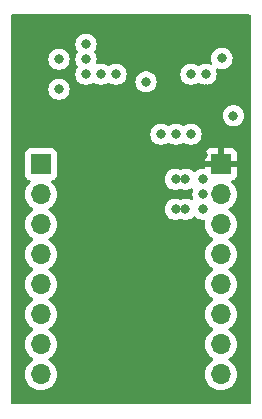
<source format=gbr>
%TF.GenerationSoftware,KiCad,Pcbnew,7.0.8*%
%TF.CreationDate,2023-10-11T21:25:33+02:00*%
%TF.ProjectId,test_sr,74657374-5f73-4722-9e6b-696361645f70,rev?*%
%TF.SameCoordinates,Original*%
%TF.FileFunction,Copper,L3,Inr*%
%TF.FilePolarity,Positive*%
%FSLAX46Y46*%
G04 Gerber Fmt 4.6, Leading zero omitted, Abs format (unit mm)*
G04 Created by KiCad (PCBNEW 7.0.8) date 2023-10-11 21:25:33*
%MOMM*%
%LPD*%
G01*
G04 APERTURE LIST*
%TA.AperFunction,ComponentPad*%
%ADD10R,1.700000X1.700000*%
%TD*%
%TA.AperFunction,ComponentPad*%
%ADD11O,1.700000X1.700000*%
%TD*%
%TA.AperFunction,ViaPad*%
%ADD12C,0.800000*%
%TD*%
G04 APERTURE END LIST*
D10*
%TO.N,/QA*%
%TO.C,J1*%
X45720000Y-55880000D03*
D11*
%TO.N,/QB*%
X45720000Y-58420000D03*
%TO.N,/QC*%
X45720000Y-60960000D03*
%TO.N,/QD*%
X45720000Y-63500000D03*
%TO.N,/QE*%
X45720000Y-66040000D03*
%TO.N,/QF*%
X45720000Y-68580000D03*
%TO.N,/QG*%
X45720000Y-71120000D03*
%TO.N,/QH*%
X45720000Y-73660000D03*
%TD*%
D10*
%TO.N,GND*%
%TO.C,J2*%
X60960000Y-55880000D03*
D11*
%TO.N,+3.3V*%
X60960000Y-58420000D03*
%TO.N,/SEROUT*%
X60960000Y-60960000D03*
%TO.N,/N_SR_CLR*%
X60960000Y-63500000D03*
%TO.N,/R_CLK*%
X60960000Y-66040000D03*
%TO.N,/SR_CLK*%
X60960000Y-68580000D03*
%TO.N,/N_OE*%
X60960000Y-71120000D03*
%TO.N,/SER*%
X60960000Y-73660000D03*
%TD*%
D12*
%TO.N,GND*%
X59436000Y-55118000D03*
X60452000Y-53594000D03*
X61468000Y-53594000D03*
%TO.N,+3.3V*%
X57112500Y-59690000D03*
X57949500Y-59690000D03*
X57949500Y-57150000D03*
X57112500Y-57150000D03*
X59436000Y-59690000D03*
X59436000Y-57150000D03*
X59436000Y-58420000D03*
X47244000Y-49530000D03*
X47244000Y-46990000D03*
%TO.N,/SEROUT*%
X61033149Y-46916850D03*
%TO.N,GND*%
X62230000Y-47625000D03*
X54990000Y-67310000D03*
X54990000Y-62230000D03*
X54990000Y-59690000D03*
X54990000Y-64770000D03*
X59690000Y-49530000D03*
X45720000Y-49530000D03*
X45720000Y-46990000D03*
X54990000Y-69850000D03*
X54990000Y-72390000D03*
%TO.N,+3.3V*%
X49530000Y-45720000D03*
%TO.N,/QA*%
X49530000Y-46990000D03*
%TO.N,/QB*%
X49530000Y-48260000D03*
%TO.N,/QC*%
X50800000Y-48260000D03*
%TO.N,/QD*%
X52070000Y-48260000D03*
%TO.N,/QE*%
X54610000Y-48895000D03*
%TO.N,/QF*%
X55880000Y-53340000D03*
%TO.N,/QG*%
X57150000Y-53340000D03*
%TO.N,/QH*%
X58420000Y-53340000D03*
%TO.N,/N_SR_CLR*%
X62020750Y-51771250D03*
%TO.N,/R_CLK*%
X59690000Y-48260000D03*
%TO.N,/N_OE*%
X58420000Y-48260000D03*
%TD*%
%TA.AperFunction,Conductor*%
%TO.N,GND*%
G36*
X63442539Y-43200185D02*
G01*
X63488294Y-43252989D01*
X63499500Y-43304500D01*
X63499500Y-76075500D01*
X63479815Y-76142539D01*
X63427011Y-76188294D01*
X63375500Y-76199500D01*
X43304500Y-76199500D01*
X43237461Y-76179815D01*
X43191706Y-76127011D01*
X43180500Y-76075500D01*
X43180500Y-73660000D01*
X44364341Y-73660000D01*
X44384936Y-73895403D01*
X44384938Y-73895413D01*
X44446094Y-74123655D01*
X44446096Y-74123659D01*
X44446097Y-74123663D01*
X44545965Y-74337830D01*
X44545967Y-74337834D01*
X44654281Y-74492521D01*
X44681505Y-74531401D01*
X44848599Y-74698495D01*
X44945384Y-74766265D01*
X45042165Y-74834032D01*
X45042167Y-74834033D01*
X45042170Y-74834035D01*
X45256337Y-74933903D01*
X45484592Y-74995063D01*
X45672918Y-75011539D01*
X45719999Y-75015659D01*
X45720000Y-75015659D01*
X45720001Y-75015659D01*
X45759234Y-75012226D01*
X45955408Y-74995063D01*
X46183663Y-74933903D01*
X46397830Y-74834035D01*
X46591401Y-74698495D01*
X46758495Y-74531401D01*
X46894035Y-74337830D01*
X46993903Y-74123663D01*
X47055063Y-73895408D01*
X47075659Y-73660000D01*
X47055063Y-73424592D01*
X46993903Y-73196337D01*
X46894035Y-72982171D01*
X46758495Y-72788599D01*
X46758494Y-72788597D01*
X46591402Y-72621506D01*
X46591396Y-72621501D01*
X46405842Y-72491575D01*
X46362217Y-72436998D01*
X46355023Y-72367500D01*
X46386546Y-72305145D01*
X46405842Y-72288425D01*
X46428026Y-72272891D01*
X46591401Y-72158495D01*
X46758495Y-71991401D01*
X46894035Y-71797830D01*
X46993903Y-71583663D01*
X47055063Y-71355408D01*
X47075659Y-71120000D01*
X47055063Y-70884592D01*
X46993903Y-70656337D01*
X46894035Y-70442171D01*
X46758495Y-70248599D01*
X46758494Y-70248597D01*
X46591402Y-70081506D01*
X46591396Y-70081501D01*
X46405842Y-69951575D01*
X46362217Y-69896998D01*
X46355023Y-69827500D01*
X46386546Y-69765145D01*
X46405842Y-69748425D01*
X46428026Y-69732891D01*
X46591401Y-69618495D01*
X46758495Y-69451401D01*
X46894035Y-69257830D01*
X46993903Y-69043663D01*
X47055063Y-68815408D01*
X47075659Y-68580000D01*
X47055063Y-68344592D01*
X46993903Y-68116337D01*
X46894035Y-67902171D01*
X46758495Y-67708599D01*
X46758494Y-67708597D01*
X46591402Y-67541506D01*
X46591396Y-67541501D01*
X46405842Y-67411575D01*
X46362217Y-67356998D01*
X46355023Y-67287500D01*
X46386546Y-67225145D01*
X46405842Y-67208425D01*
X46428026Y-67192891D01*
X46591401Y-67078495D01*
X46758495Y-66911401D01*
X46894035Y-66717830D01*
X46993903Y-66503663D01*
X47055063Y-66275408D01*
X47075659Y-66040000D01*
X47055063Y-65804592D01*
X46993903Y-65576337D01*
X46894035Y-65362171D01*
X46758495Y-65168599D01*
X46758494Y-65168597D01*
X46591402Y-65001506D01*
X46591396Y-65001501D01*
X46405842Y-64871575D01*
X46362217Y-64816998D01*
X46355023Y-64747500D01*
X46386546Y-64685145D01*
X46405842Y-64668425D01*
X46428026Y-64652891D01*
X46591401Y-64538495D01*
X46758495Y-64371401D01*
X46894035Y-64177830D01*
X46993903Y-63963663D01*
X47055063Y-63735408D01*
X47075659Y-63500000D01*
X47055063Y-63264592D01*
X46993903Y-63036337D01*
X46894035Y-62822171D01*
X46758495Y-62628599D01*
X46758494Y-62628597D01*
X46591402Y-62461506D01*
X46591396Y-62461501D01*
X46405842Y-62331575D01*
X46362217Y-62276998D01*
X46355023Y-62207500D01*
X46386546Y-62145145D01*
X46405842Y-62128425D01*
X46428026Y-62112891D01*
X46591401Y-61998495D01*
X46758495Y-61831401D01*
X46894035Y-61637830D01*
X46993903Y-61423663D01*
X47055063Y-61195408D01*
X47075659Y-60960000D01*
X47055063Y-60724592D01*
X46993903Y-60496337D01*
X46894035Y-60282171D01*
X46852055Y-60222216D01*
X46758494Y-60088597D01*
X46591402Y-59921506D01*
X46591396Y-59921501D01*
X46405842Y-59791575D01*
X46362217Y-59736998D01*
X46357352Y-59690000D01*
X56207040Y-59690000D01*
X56226826Y-59878256D01*
X56226827Y-59878259D01*
X56285318Y-60058277D01*
X56285321Y-60058284D01*
X56379967Y-60222216D01*
X56433951Y-60282171D01*
X56506629Y-60362888D01*
X56659765Y-60474148D01*
X56659770Y-60474151D01*
X56832692Y-60551142D01*
X56832697Y-60551144D01*
X57017854Y-60590500D01*
X57017855Y-60590500D01*
X57207144Y-60590500D01*
X57207146Y-60590500D01*
X57392303Y-60551144D01*
X57480564Y-60511846D01*
X57549813Y-60502561D01*
X57581434Y-60511846D01*
X57669697Y-60551144D01*
X57854854Y-60590500D01*
X57854855Y-60590500D01*
X58044144Y-60590500D01*
X58044146Y-60590500D01*
X58229303Y-60551144D01*
X58402230Y-60474151D01*
X58555371Y-60362888D01*
X58600600Y-60312655D01*
X58660087Y-60276007D01*
X58729944Y-60277338D01*
X58784900Y-60312656D01*
X58830129Y-60362888D01*
X58983265Y-60474148D01*
X58983270Y-60474151D01*
X59156192Y-60551142D01*
X59156197Y-60551144D01*
X59341354Y-60590500D01*
X59341355Y-60590500D01*
X59501347Y-60590500D01*
X59568386Y-60610185D01*
X59614141Y-60662989D01*
X59624874Y-60725305D01*
X59606799Y-60931901D01*
X59604341Y-60959999D01*
X59604341Y-60960000D01*
X59624936Y-61195403D01*
X59624938Y-61195413D01*
X59686094Y-61423655D01*
X59686096Y-61423659D01*
X59686097Y-61423663D01*
X59785965Y-61637830D01*
X59785967Y-61637834D01*
X59921501Y-61831395D01*
X59921506Y-61831402D01*
X60088597Y-61998493D01*
X60088603Y-61998498D01*
X60274158Y-62128425D01*
X60317783Y-62183002D01*
X60324977Y-62252500D01*
X60293454Y-62314855D01*
X60274158Y-62331575D01*
X60088597Y-62461505D01*
X59921505Y-62628597D01*
X59785965Y-62822169D01*
X59785964Y-62822171D01*
X59686098Y-63036335D01*
X59686094Y-63036344D01*
X59624938Y-63264586D01*
X59624936Y-63264596D01*
X59604341Y-63499999D01*
X59604341Y-63500000D01*
X59624936Y-63735403D01*
X59624938Y-63735413D01*
X59686094Y-63963655D01*
X59686096Y-63963659D01*
X59686097Y-63963663D01*
X59785965Y-64177830D01*
X59785967Y-64177834D01*
X59921501Y-64371395D01*
X59921506Y-64371402D01*
X60088597Y-64538493D01*
X60088603Y-64538498D01*
X60274158Y-64668425D01*
X60317783Y-64723002D01*
X60324977Y-64792500D01*
X60293454Y-64854855D01*
X60274158Y-64871575D01*
X60088597Y-65001505D01*
X59921505Y-65168597D01*
X59785965Y-65362169D01*
X59785964Y-65362171D01*
X59686098Y-65576335D01*
X59686094Y-65576344D01*
X59624938Y-65804586D01*
X59624936Y-65804596D01*
X59604341Y-66039999D01*
X59604341Y-66040000D01*
X59624936Y-66275403D01*
X59624938Y-66275413D01*
X59686094Y-66503655D01*
X59686096Y-66503659D01*
X59686097Y-66503663D01*
X59785965Y-66717830D01*
X59785967Y-66717834D01*
X59921501Y-66911395D01*
X59921506Y-66911402D01*
X60088597Y-67078493D01*
X60088603Y-67078498D01*
X60274158Y-67208425D01*
X60317783Y-67263002D01*
X60324977Y-67332500D01*
X60293454Y-67394855D01*
X60274158Y-67411575D01*
X60088597Y-67541505D01*
X59921505Y-67708597D01*
X59785965Y-67902169D01*
X59785964Y-67902171D01*
X59686098Y-68116335D01*
X59686094Y-68116344D01*
X59624938Y-68344586D01*
X59624936Y-68344596D01*
X59604341Y-68579999D01*
X59604341Y-68580000D01*
X59624936Y-68815403D01*
X59624938Y-68815413D01*
X59686094Y-69043655D01*
X59686096Y-69043659D01*
X59686097Y-69043663D01*
X59785965Y-69257830D01*
X59785967Y-69257834D01*
X59921501Y-69451395D01*
X59921506Y-69451402D01*
X60088597Y-69618493D01*
X60088603Y-69618498D01*
X60274158Y-69748425D01*
X60317783Y-69803002D01*
X60324977Y-69872500D01*
X60293454Y-69934855D01*
X60274158Y-69951575D01*
X60088597Y-70081505D01*
X59921505Y-70248597D01*
X59785965Y-70442169D01*
X59785964Y-70442171D01*
X59686098Y-70656335D01*
X59686094Y-70656344D01*
X59624938Y-70884586D01*
X59624936Y-70884596D01*
X59604341Y-71119999D01*
X59604341Y-71120000D01*
X59624936Y-71355403D01*
X59624938Y-71355413D01*
X59686094Y-71583655D01*
X59686096Y-71583659D01*
X59686097Y-71583663D01*
X59785965Y-71797830D01*
X59785967Y-71797834D01*
X59921501Y-71991395D01*
X59921506Y-71991402D01*
X60088597Y-72158493D01*
X60088603Y-72158498D01*
X60274158Y-72288425D01*
X60317783Y-72343002D01*
X60324977Y-72412500D01*
X60293454Y-72474855D01*
X60274158Y-72491575D01*
X60088597Y-72621505D01*
X59921505Y-72788597D01*
X59785965Y-72982169D01*
X59785964Y-72982171D01*
X59686098Y-73196335D01*
X59686094Y-73196344D01*
X59624938Y-73424586D01*
X59624936Y-73424596D01*
X59604341Y-73659999D01*
X59604341Y-73660000D01*
X59624936Y-73895403D01*
X59624938Y-73895413D01*
X59686094Y-74123655D01*
X59686096Y-74123659D01*
X59686097Y-74123663D01*
X59785965Y-74337830D01*
X59785967Y-74337834D01*
X59894281Y-74492521D01*
X59921505Y-74531401D01*
X60088599Y-74698495D01*
X60185384Y-74766265D01*
X60282165Y-74834032D01*
X60282167Y-74834033D01*
X60282170Y-74834035D01*
X60496337Y-74933903D01*
X60724592Y-74995063D01*
X60912918Y-75011539D01*
X60959999Y-75015659D01*
X60960000Y-75015659D01*
X60960001Y-75015659D01*
X60999234Y-75012226D01*
X61195408Y-74995063D01*
X61423663Y-74933903D01*
X61637830Y-74834035D01*
X61831401Y-74698495D01*
X61998495Y-74531401D01*
X62134035Y-74337830D01*
X62233903Y-74123663D01*
X62295063Y-73895408D01*
X62315659Y-73660000D01*
X62295063Y-73424592D01*
X62233903Y-73196337D01*
X62134035Y-72982171D01*
X61998495Y-72788599D01*
X61998494Y-72788597D01*
X61831402Y-72621506D01*
X61831396Y-72621501D01*
X61645842Y-72491575D01*
X61602217Y-72436998D01*
X61595023Y-72367500D01*
X61626546Y-72305145D01*
X61645842Y-72288425D01*
X61668026Y-72272891D01*
X61831401Y-72158495D01*
X61998495Y-71991401D01*
X62134035Y-71797830D01*
X62233903Y-71583663D01*
X62295063Y-71355408D01*
X62315659Y-71120000D01*
X62295063Y-70884592D01*
X62233903Y-70656337D01*
X62134035Y-70442171D01*
X61998495Y-70248599D01*
X61998494Y-70248597D01*
X61831402Y-70081506D01*
X61831396Y-70081501D01*
X61645842Y-69951575D01*
X61602217Y-69896998D01*
X61595023Y-69827500D01*
X61626546Y-69765145D01*
X61645842Y-69748425D01*
X61668026Y-69732891D01*
X61831401Y-69618495D01*
X61998495Y-69451401D01*
X62134035Y-69257830D01*
X62233903Y-69043663D01*
X62295063Y-68815408D01*
X62315659Y-68580000D01*
X62295063Y-68344592D01*
X62233903Y-68116337D01*
X62134035Y-67902171D01*
X61998495Y-67708599D01*
X61998494Y-67708597D01*
X61831402Y-67541506D01*
X61831396Y-67541501D01*
X61645842Y-67411575D01*
X61602217Y-67356998D01*
X61595023Y-67287500D01*
X61626546Y-67225145D01*
X61645842Y-67208425D01*
X61668026Y-67192891D01*
X61831401Y-67078495D01*
X61998495Y-66911401D01*
X62134035Y-66717830D01*
X62233903Y-66503663D01*
X62295063Y-66275408D01*
X62315659Y-66040000D01*
X62295063Y-65804592D01*
X62233903Y-65576337D01*
X62134035Y-65362171D01*
X61998495Y-65168599D01*
X61998494Y-65168597D01*
X61831402Y-65001506D01*
X61831396Y-65001501D01*
X61645842Y-64871575D01*
X61602217Y-64816998D01*
X61595023Y-64747500D01*
X61626546Y-64685145D01*
X61645842Y-64668425D01*
X61668026Y-64652891D01*
X61831401Y-64538495D01*
X61998495Y-64371401D01*
X62134035Y-64177830D01*
X62233903Y-63963663D01*
X62295063Y-63735408D01*
X62315659Y-63500000D01*
X62295063Y-63264592D01*
X62233903Y-63036337D01*
X62134035Y-62822171D01*
X61998495Y-62628599D01*
X61998494Y-62628597D01*
X61831402Y-62461506D01*
X61831396Y-62461501D01*
X61645842Y-62331575D01*
X61602217Y-62276998D01*
X61595023Y-62207500D01*
X61626546Y-62145145D01*
X61645842Y-62128425D01*
X61668026Y-62112891D01*
X61831401Y-61998495D01*
X61998495Y-61831401D01*
X62134035Y-61637830D01*
X62233903Y-61423663D01*
X62295063Y-61195408D01*
X62315659Y-60960000D01*
X62295063Y-60724592D01*
X62233903Y-60496337D01*
X62134035Y-60282171D01*
X62092055Y-60222216D01*
X61998494Y-60088597D01*
X61831402Y-59921506D01*
X61831396Y-59921501D01*
X61645842Y-59791575D01*
X61602217Y-59736998D01*
X61595023Y-59667500D01*
X61626546Y-59605145D01*
X61645842Y-59588425D01*
X61769635Y-59501744D01*
X61831401Y-59458495D01*
X61998495Y-59291401D01*
X62134035Y-59097830D01*
X62233903Y-58883663D01*
X62295063Y-58655408D01*
X62315659Y-58420000D01*
X62295063Y-58184592D01*
X62233903Y-57956337D01*
X62134035Y-57742171D01*
X62092054Y-57682216D01*
X61998496Y-57548600D01*
X61968173Y-57518277D01*
X61876179Y-57426283D01*
X61842696Y-57364963D01*
X61847680Y-57295271D01*
X61889551Y-57239337D01*
X61920529Y-57222422D01*
X62052086Y-57173354D01*
X62052093Y-57173350D01*
X62167187Y-57087190D01*
X62167190Y-57087187D01*
X62253350Y-56972093D01*
X62253354Y-56972086D01*
X62303596Y-56837379D01*
X62303598Y-56837372D01*
X62309999Y-56777844D01*
X62310000Y-56777827D01*
X62310000Y-56130000D01*
X61393686Y-56130000D01*
X61419493Y-56089844D01*
X61460000Y-55951889D01*
X61460000Y-55808111D01*
X61419493Y-55670156D01*
X61393686Y-55630000D01*
X62310000Y-55630000D01*
X62310000Y-54982172D01*
X62309999Y-54982155D01*
X62303598Y-54922627D01*
X62303596Y-54922620D01*
X62253354Y-54787913D01*
X62253350Y-54787906D01*
X62167190Y-54672812D01*
X62167187Y-54672809D01*
X62052093Y-54586649D01*
X62052086Y-54586645D01*
X61917379Y-54536403D01*
X61917372Y-54536401D01*
X61857844Y-54530000D01*
X61210000Y-54530000D01*
X61210000Y-55444498D01*
X61102315Y-55395320D01*
X60995763Y-55380000D01*
X60924237Y-55380000D01*
X60817685Y-55395320D01*
X60710000Y-55444498D01*
X60710000Y-54530000D01*
X60062155Y-54530000D01*
X60002627Y-54536401D01*
X60002620Y-54536403D01*
X59867913Y-54586645D01*
X59867906Y-54586649D01*
X59752812Y-54672809D01*
X59752809Y-54672812D01*
X59666649Y-54787906D01*
X59666645Y-54787913D01*
X59616403Y-54922620D01*
X59616401Y-54922627D01*
X59610000Y-54982155D01*
X59610000Y-55630000D01*
X60526314Y-55630000D01*
X60500507Y-55670156D01*
X60460000Y-55808111D01*
X60460000Y-55951889D01*
X60500507Y-56089844D01*
X60526314Y-56130000D01*
X59610000Y-56130000D01*
X59608129Y-56131870D01*
X59590315Y-56192539D01*
X59537511Y-56238294D01*
X59486000Y-56249500D01*
X59341354Y-56249500D01*
X59308897Y-56256398D01*
X59156197Y-56288855D01*
X59156192Y-56288857D01*
X58983270Y-56365848D01*
X58983265Y-56365851D01*
X58830129Y-56477111D01*
X58830128Y-56477112D01*
X58784899Y-56527344D01*
X58725412Y-56563992D01*
X58655555Y-56562661D01*
X58600601Y-56527344D01*
X58555371Y-56477112D01*
X58555370Y-56477111D01*
X58402234Y-56365851D01*
X58402229Y-56365848D01*
X58229307Y-56288857D01*
X58229302Y-56288855D01*
X58083501Y-56257865D01*
X58044146Y-56249500D01*
X57854854Y-56249500D01*
X57822397Y-56256398D01*
X57669697Y-56288855D01*
X57669695Y-56288856D01*
X57581435Y-56328152D01*
X57512185Y-56337436D01*
X57480565Y-56328152D01*
X57392304Y-56288856D01*
X57392302Y-56288855D01*
X57246501Y-56257865D01*
X57207146Y-56249500D01*
X57017854Y-56249500D01*
X56985397Y-56256398D01*
X56832697Y-56288855D01*
X56832692Y-56288857D01*
X56659770Y-56365848D01*
X56659765Y-56365851D01*
X56506629Y-56477111D01*
X56379966Y-56617785D01*
X56285321Y-56781715D01*
X56285318Y-56781722D01*
X56226827Y-56961740D01*
X56226826Y-56961744D01*
X56207040Y-57150000D01*
X56226826Y-57338256D01*
X56226827Y-57338259D01*
X56285318Y-57518277D01*
X56285321Y-57518284D01*
X56379967Y-57682216D01*
X56506629Y-57822888D01*
X56659765Y-57934148D01*
X56659770Y-57934151D01*
X56832692Y-58011142D01*
X56832697Y-58011144D01*
X57017854Y-58050500D01*
X57017855Y-58050500D01*
X57207144Y-58050500D01*
X57207146Y-58050500D01*
X57392303Y-58011144D01*
X57480564Y-57971846D01*
X57549813Y-57962561D01*
X57581434Y-57971846D01*
X57669697Y-58011144D01*
X57854854Y-58050500D01*
X57854855Y-58050500D01*
X58044144Y-58050500D01*
X58044146Y-58050500D01*
X58229303Y-58011144D01*
X58402230Y-57934151D01*
X58413916Y-57925660D01*
X58479721Y-57902180D01*
X58547775Y-57918004D01*
X58596471Y-57968109D01*
X58610347Y-58036587D01*
X58604733Y-58064296D01*
X58565645Y-58184596D01*
X58550326Y-58231744D01*
X58530540Y-58420000D01*
X58550326Y-58608256D01*
X58550327Y-58608259D01*
X58604733Y-58775703D01*
X58606728Y-58845544D01*
X58570648Y-58905377D01*
X58507947Y-58936205D01*
X58438533Y-58928240D01*
X58413919Y-58914341D01*
X58402232Y-58905850D01*
X58402229Y-58905848D01*
X58229307Y-58828857D01*
X58229302Y-58828855D01*
X58083501Y-58797865D01*
X58044146Y-58789500D01*
X57854854Y-58789500D01*
X57822397Y-58796398D01*
X57669697Y-58828855D01*
X57669695Y-58828856D01*
X57581435Y-58868152D01*
X57512185Y-58877436D01*
X57480565Y-58868152D01*
X57392304Y-58828856D01*
X57392302Y-58828855D01*
X57246501Y-58797865D01*
X57207146Y-58789500D01*
X57017854Y-58789500D01*
X56985397Y-58796398D01*
X56832697Y-58828855D01*
X56832692Y-58828857D01*
X56659770Y-58905848D01*
X56659765Y-58905851D01*
X56506629Y-59017111D01*
X56379966Y-59157785D01*
X56285321Y-59321715D01*
X56285318Y-59321722D01*
X56226827Y-59501740D01*
X56226826Y-59501744D01*
X56207040Y-59690000D01*
X46357352Y-59690000D01*
X46355023Y-59667500D01*
X46386546Y-59605145D01*
X46405842Y-59588425D01*
X46529635Y-59501744D01*
X46591401Y-59458495D01*
X46758495Y-59291401D01*
X46894035Y-59097830D01*
X46993903Y-58883663D01*
X47055063Y-58655408D01*
X47075659Y-58420000D01*
X47055063Y-58184592D01*
X46993903Y-57956337D01*
X46894035Y-57742171D01*
X46852054Y-57682216D01*
X46758496Y-57548600D01*
X46728173Y-57518277D01*
X46636567Y-57426671D01*
X46603084Y-57365351D01*
X46608068Y-57295659D01*
X46649939Y-57239725D01*
X46680915Y-57222810D01*
X46812331Y-57173796D01*
X46927546Y-57087546D01*
X47013796Y-56972331D01*
X47064091Y-56837483D01*
X47070500Y-56777873D01*
X47070499Y-54982128D01*
X47064091Y-54922517D01*
X47013884Y-54787906D01*
X47013797Y-54787671D01*
X47013793Y-54787664D01*
X46927547Y-54672455D01*
X46927544Y-54672452D01*
X46812335Y-54586206D01*
X46812328Y-54586202D01*
X46677482Y-54535908D01*
X46677483Y-54535908D01*
X46617883Y-54529501D01*
X46617881Y-54529500D01*
X46617873Y-54529500D01*
X46617864Y-54529500D01*
X44822129Y-54529500D01*
X44822123Y-54529501D01*
X44762516Y-54535908D01*
X44627671Y-54586202D01*
X44627664Y-54586206D01*
X44512455Y-54672452D01*
X44512452Y-54672455D01*
X44426206Y-54787664D01*
X44426202Y-54787671D01*
X44375908Y-54922517D01*
X44369501Y-54982116D01*
X44369501Y-54982123D01*
X44369500Y-54982135D01*
X44369500Y-56777870D01*
X44369501Y-56777876D01*
X44375908Y-56837483D01*
X44426202Y-56972328D01*
X44426206Y-56972335D01*
X44512452Y-57087544D01*
X44512455Y-57087547D01*
X44627664Y-57173793D01*
X44627671Y-57173797D01*
X44759081Y-57222810D01*
X44815015Y-57264681D01*
X44839432Y-57330145D01*
X44824580Y-57398418D01*
X44803430Y-57426673D01*
X44681503Y-57548600D01*
X44545965Y-57742169D01*
X44545964Y-57742171D01*
X44446098Y-57956335D01*
X44446094Y-57956344D01*
X44384938Y-58184586D01*
X44384936Y-58184596D01*
X44364341Y-58419999D01*
X44364341Y-58420000D01*
X44384936Y-58655403D01*
X44384938Y-58655413D01*
X44446094Y-58883655D01*
X44446096Y-58883659D01*
X44446097Y-58883663D01*
X44525993Y-59055000D01*
X44545965Y-59097830D01*
X44545967Y-59097834D01*
X44681501Y-59291395D01*
X44681506Y-59291402D01*
X44848597Y-59458493D01*
X44848603Y-59458498D01*
X45034158Y-59588425D01*
X45077783Y-59643002D01*
X45084977Y-59712500D01*
X45053454Y-59774855D01*
X45034158Y-59791575D01*
X44848597Y-59921505D01*
X44681505Y-60088597D01*
X44545965Y-60282169D01*
X44545964Y-60282171D01*
X44446098Y-60496335D01*
X44446094Y-60496344D01*
X44384938Y-60724586D01*
X44384936Y-60724596D01*
X44364341Y-60959999D01*
X44364341Y-60960000D01*
X44384936Y-61195403D01*
X44384938Y-61195413D01*
X44446094Y-61423655D01*
X44446096Y-61423659D01*
X44446097Y-61423663D01*
X44545965Y-61637830D01*
X44545967Y-61637834D01*
X44681501Y-61831395D01*
X44681506Y-61831402D01*
X44848597Y-61998493D01*
X44848603Y-61998498D01*
X45034158Y-62128425D01*
X45077783Y-62183002D01*
X45084977Y-62252500D01*
X45053454Y-62314855D01*
X45034158Y-62331575D01*
X44848597Y-62461505D01*
X44681505Y-62628597D01*
X44545965Y-62822169D01*
X44545964Y-62822171D01*
X44446098Y-63036335D01*
X44446094Y-63036344D01*
X44384938Y-63264586D01*
X44384936Y-63264596D01*
X44364341Y-63499999D01*
X44364341Y-63500000D01*
X44384936Y-63735403D01*
X44384938Y-63735413D01*
X44446094Y-63963655D01*
X44446096Y-63963659D01*
X44446097Y-63963663D01*
X44545965Y-64177830D01*
X44545967Y-64177834D01*
X44681501Y-64371395D01*
X44681506Y-64371402D01*
X44848597Y-64538493D01*
X44848603Y-64538498D01*
X45034158Y-64668425D01*
X45077783Y-64723002D01*
X45084977Y-64792500D01*
X45053454Y-64854855D01*
X45034158Y-64871575D01*
X44848597Y-65001505D01*
X44681505Y-65168597D01*
X44545965Y-65362169D01*
X44545964Y-65362171D01*
X44446098Y-65576335D01*
X44446094Y-65576344D01*
X44384938Y-65804586D01*
X44384936Y-65804596D01*
X44364341Y-66039999D01*
X44364341Y-66040000D01*
X44384936Y-66275403D01*
X44384938Y-66275413D01*
X44446094Y-66503655D01*
X44446096Y-66503659D01*
X44446097Y-66503663D01*
X44545965Y-66717830D01*
X44545967Y-66717834D01*
X44681501Y-66911395D01*
X44681506Y-66911402D01*
X44848597Y-67078493D01*
X44848603Y-67078498D01*
X45034158Y-67208425D01*
X45077783Y-67263002D01*
X45084977Y-67332500D01*
X45053454Y-67394855D01*
X45034158Y-67411575D01*
X44848597Y-67541505D01*
X44681505Y-67708597D01*
X44545965Y-67902169D01*
X44545964Y-67902171D01*
X44446098Y-68116335D01*
X44446094Y-68116344D01*
X44384938Y-68344586D01*
X44384936Y-68344596D01*
X44364341Y-68579999D01*
X44364341Y-68580000D01*
X44384936Y-68815403D01*
X44384938Y-68815413D01*
X44446094Y-69043655D01*
X44446096Y-69043659D01*
X44446097Y-69043663D01*
X44545965Y-69257830D01*
X44545967Y-69257834D01*
X44681501Y-69451395D01*
X44681506Y-69451402D01*
X44848597Y-69618493D01*
X44848603Y-69618498D01*
X45034158Y-69748425D01*
X45077783Y-69803002D01*
X45084977Y-69872500D01*
X45053454Y-69934855D01*
X45034158Y-69951575D01*
X44848597Y-70081505D01*
X44681505Y-70248597D01*
X44545965Y-70442169D01*
X44545964Y-70442171D01*
X44446098Y-70656335D01*
X44446094Y-70656344D01*
X44384938Y-70884586D01*
X44384936Y-70884596D01*
X44364341Y-71119999D01*
X44364341Y-71120000D01*
X44384936Y-71355403D01*
X44384938Y-71355413D01*
X44446094Y-71583655D01*
X44446096Y-71583659D01*
X44446097Y-71583663D01*
X44545965Y-71797830D01*
X44545967Y-71797834D01*
X44681501Y-71991395D01*
X44681506Y-71991402D01*
X44848597Y-72158493D01*
X44848603Y-72158498D01*
X45034158Y-72288425D01*
X45077783Y-72343002D01*
X45084977Y-72412500D01*
X45053454Y-72474855D01*
X45034158Y-72491575D01*
X44848597Y-72621505D01*
X44681505Y-72788597D01*
X44545965Y-72982169D01*
X44545964Y-72982171D01*
X44446098Y-73196335D01*
X44446094Y-73196344D01*
X44384938Y-73424586D01*
X44384936Y-73424596D01*
X44364341Y-73659999D01*
X44364341Y-73660000D01*
X43180500Y-73660000D01*
X43180500Y-53340000D01*
X54974540Y-53340000D01*
X54994326Y-53528256D01*
X54994327Y-53528259D01*
X55052818Y-53708277D01*
X55052821Y-53708284D01*
X55147467Y-53872216D01*
X55245000Y-53980537D01*
X55274129Y-54012888D01*
X55427265Y-54124148D01*
X55427270Y-54124151D01*
X55600192Y-54201142D01*
X55600197Y-54201144D01*
X55785354Y-54240500D01*
X55785355Y-54240500D01*
X55974644Y-54240500D01*
X55974646Y-54240500D01*
X56159803Y-54201144D01*
X56332730Y-54124151D01*
X56442117Y-54044676D01*
X56507920Y-54021198D01*
X56575974Y-54037023D01*
X56587871Y-54044668D01*
X56697266Y-54124148D01*
X56697270Y-54124151D01*
X56870192Y-54201142D01*
X56870197Y-54201144D01*
X57055354Y-54240500D01*
X57055355Y-54240500D01*
X57244644Y-54240500D01*
X57244646Y-54240500D01*
X57429803Y-54201144D01*
X57602730Y-54124151D01*
X57712117Y-54044676D01*
X57777920Y-54021198D01*
X57845974Y-54037023D01*
X57857871Y-54044668D01*
X57967266Y-54124148D01*
X57967270Y-54124151D01*
X58140192Y-54201142D01*
X58140197Y-54201144D01*
X58325354Y-54240500D01*
X58325355Y-54240500D01*
X58514644Y-54240500D01*
X58514646Y-54240500D01*
X58699803Y-54201144D01*
X58872730Y-54124151D01*
X59025871Y-54012888D01*
X59152533Y-53872216D01*
X59247179Y-53708284D01*
X59305674Y-53528256D01*
X59325460Y-53340000D01*
X59305674Y-53151744D01*
X59247179Y-52971716D01*
X59152533Y-52807784D01*
X59025871Y-52667112D01*
X59014432Y-52658801D01*
X58872734Y-52555851D01*
X58872729Y-52555848D01*
X58699807Y-52478857D01*
X58699802Y-52478855D01*
X58536466Y-52444138D01*
X58514646Y-52439500D01*
X58325354Y-52439500D01*
X58303534Y-52444138D01*
X58140197Y-52478855D01*
X58140192Y-52478857D01*
X57967270Y-52555848D01*
X57967265Y-52555851D01*
X57857885Y-52635321D01*
X57792079Y-52658801D01*
X57724025Y-52642975D01*
X57712115Y-52635321D01*
X57602734Y-52555851D01*
X57602729Y-52555848D01*
X57429807Y-52478857D01*
X57429802Y-52478855D01*
X57266466Y-52444138D01*
X57244646Y-52439500D01*
X57055354Y-52439500D01*
X57033534Y-52444138D01*
X56870197Y-52478855D01*
X56870192Y-52478857D01*
X56697270Y-52555848D01*
X56697265Y-52555851D01*
X56587885Y-52635321D01*
X56522079Y-52658801D01*
X56454025Y-52642975D01*
X56442115Y-52635321D01*
X56332734Y-52555851D01*
X56332729Y-52555848D01*
X56159807Y-52478857D01*
X56159802Y-52478855D01*
X55996466Y-52444138D01*
X55974646Y-52439500D01*
X55785354Y-52439500D01*
X55763534Y-52444138D01*
X55600197Y-52478855D01*
X55600192Y-52478857D01*
X55427270Y-52555848D01*
X55427265Y-52555851D01*
X55274129Y-52667111D01*
X55147466Y-52807785D01*
X55052821Y-52971715D01*
X55052818Y-52971722D01*
X54994327Y-53151740D01*
X54994326Y-53151744D01*
X54974540Y-53340000D01*
X43180500Y-53340000D01*
X43180500Y-51771250D01*
X61115290Y-51771250D01*
X61135076Y-51959506D01*
X61135077Y-51959509D01*
X61193568Y-52139527D01*
X61193571Y-52139534D01*
X61288217Y-52303466D01*
X61410703Y-52439500D01*
X61414879Y-52444138D01*
X61568015Y-52555398D01*
X61568020Y-52555401D01*
X61740942Y-52632392D01*
X61740947Y-52632394D01*
X61926104Y-52671750D01*
X61926105Y-52671750D01*
X62115394Y-52671750D01*
X62115396Y-52671750D01*
X62300553Y-52632394D01*
X62473480Y-52555401D01*
X62626621Y-52444138D01*
X62753283Y-52303466D01*
X62847929Y-52139534D01*
X62906424Y-51959506D01*
X62926210Y-51771250D01*
X62906424Y-51582994D01*
X62847929Y-51402966D01*
X62753283Y-51239034D01*
X62626621Y-51098362D01*
X62626620Y-51098361D01*
X62473484Y-50987101D01*
X62473479Y-50987098D01*
X62300557Y-50910107D01*
X62300552Y-50910105D01*
X62154751Y-50879115D01*
X62115396Y-50870750D01*
X61926104Y-50870750D01*
X61893647Y-50877648D01*
X61740947Y-50910105D01*
X61740942Y-50910107D01*
X61568020Y-50987098D01*
X61568015Y-50987101D01*
X61414879Y-51098361D01*
X61288216Y-51239035D01*
X61193571Y-51402965D01*
X61193568Y-51402972D01*
X61135077Y-51582990D01*
X61135076Y-51582994D01*
X61115290Y-51771250D01*
X43180500Y-51771250D01*
X43180500Y-49530000D01*
X46338540Y-49530000D01*
X46358326Y-49718256D01*
X46358327Y-49718259D01*
X46416818Y-49898277D01*
X46416821Y-49898284D01*
X46511467Y-50062216D01*
X46638129Y-50202888D01*
X46791265Y-50314148D01*
X46791270Y-50314151D01*
X46964192Y-50391142D01*
X46964197Y-50391144D01*
X47149354Y-50430500D01*
X47149355Y-50430500D01*
X47338644Y-50430500D01*
X47338646Y-50430500D01*
X47523803Y-50391144D01*
X47696730Y-50314151D01*
X47849871Y-50202888D01*
X47976533Y-50062216D01*
X48071179Y-49898284D01*
X48129674Y-49718256D01*
X48149460Y-49530000D01*
X48129674Y-49341744D01*
X48071179Y-49161716D01*
X47976533Y-48997784D01*
X47849871Y-48857112D01*
X47849870Y-48857111D01*
X47696734Y-48745851D01*
X47696729Y-48745848D01*
X47523807Y-48668857D01*
X47523802Y-48668855D01*
X47378001Y-48637865D01*
X47338646Y-48629500D01*
X47149354Y-48629500D01*
X47116897Y-48636398D01*
X46964197Y-48668855D01*
X46964192Y-48668857D01*
X46791270Y-48745848D01*
X46791265Y-48745851D01*
X46638129Y-48857111D01*
X46511466Y-48997785D01*
X46416821Y-49161715D01*
X46416818Y-49161722D01*
X46383819Y-49263284D01*
X46358326Y-49341744D01*
X46338540Y-49530000D01*
X43180500Y-49530000D01*
X43180500Y-48260000D01*
X48624540Y-48260000D01*
X48644326Y-48448256D01*
X48644327Y-48448259D01*
X48702818Y-48628277D01*
X48702821Y-48628284D01*
X48797467Y-48792216D01*
X48895000Y-48900537D01*
X48924129Y-48932888D01*
X49077265Y-49044148D01*
X49077270Y-49044151D01*
X49250192Y-49121142D01*
X49250197Y-49121144D01*
X49435354Y-49160500D01*
X49435355Y-49160500D01*
X49624644Y-49160500D01*
X49624646Y-49160500D01*
X49809803Y-49121144D01*
X49982730Y-49044151D01*
X50092117Y-48964676D01*
X50157920Y-48941198D01*
X50225974Y-48957023D01*
X50237871Y-48964668D01*
X50347266Y-49044148D01*
X50347270Y-49044151D01*
X50520192Y-49121142D01*
X50520197Y-49121144D01*
X50705354Y-49160500D01*
X50705355Y-49160500D01*
X50894644Y-49160500D01*
X50894646Y-49160500D01*
X51079803Y-49121144D01*
X51252730Y-49044151D01*
X51362117Y-48964676D01*
X51427920Y-48941198D01*
X51495974Y-48957023D01*
X51507871Y-48964668D01*
X51617266Y-49044148D01*
X51617270Y-49044151D01*
X51790192Y-49121142D01*
X51790197Y-49121144D01*
X51975354Y-49160500D01*
X51975355Y-49160500D01*
X52164644Y-49160500D01*
X52164646Y-49160500D01*
X52349803Y-49121144D01*
X52522730Y-49044151D01*
X52675871Y-48932888D01*
X52709986Y-48895000D01*
X53704540Y-48895000D01*
X53724326Y-49083256D01*
X53724327Y-49083259D01*
X53782818Y-49263277D01*
X53782821Y-49263284D01*
X53877467Y-49427216D01*
X54004129Y-49567888D01*
X54157265Y-49679148D01*
X54157270Y-49679151D01*
X54330192Y-49756142D01*
X54330197Y-49756144D01*
X54515354Y-49795500D01*
X54515355Y-49795500D01*
X54704644Y-49795500D01*
X54704646Y-49795500D01*
X54889803Y-49756144D01*
X55062730Y-49679151D01*
X55215871Y-49567888D01*
X55342533Y-49427216D01*
X55437179Y-49263284D01*
X55495674Y-49083256D01*
X55515460Y-48895000D01*
X55495674Y-48706744D01*
X55437179Y-48526716D01*
X55342533Y-48362784D01*
X55249986Y-48260000D01*
X57514540Y-48260000D01*
X57534326Y-48448256D01*
X57534327Y-48448259D01*
X57592818Y-48628277D01*
X57592821Y-48628284D01*
X57687467Y-48792216D01*
X57785000Y-48900537D01*
X57814129Y-48932888D01*
X57967265Y-49044148D01*
X57967270Y-49044151D01*
X58140192Y-49121142D01*
X58140197Y-49121144D01*
X58325354Y-49160500D01*
X58325355Y-49160500D01*
X58514644Y-49160500D01*
X58514646Y-49160500D01*
X58699803Y-49121144D01*
X58872730Y-49044151D01*
X58982117Y-48964676D01*
X59047920Y-48941198D01*
X59115974Y-48957023D01*
X59127871Y-48964668D01*
X59237266Y-49044148D01*
X59237270Y-49044151D01*
X59410192Y-49121142D01*
X59410197Y-49121144D01*
X59595354Y-49160500D01*
X59595355Y-49160500D01*
X59784644Y-49160500D01*
X59784646Y-49160500D01*
X59969803Y-49121144D01*
X60142730Y-49044151D01*
X60295871Y-48932888D01*
X60422533Y-48792216D01*
X60517179Y-48628284D01*
X60575674Y-48448256D01*
X60595460Y-48260000D01*
X60575674Y-48071744D01*
X60520100Y-47900705D01*
X60518105Y-47830864D01*
X60554185Y-47771031D01*
X60616886Y-47740203D01*
X60686300Y-47748168D01*
X60688467Y-47749108D01*
X60753341Y-47777992D01*
X60753346Y-47777994D01*
X60938503Y-47817350D01*
X60938504Y-47817350D01*
X61127793Y-47817350D01*
X61127795Y-47817350D01*
X61312952Y-47777994D01*
X61485879Y-47701001D01*
X61639020Y-47589738D01*
X61765682Y-47449066D01*
X61860328Y-47285134D01*
X61918823Y-47105106D01*
X61938609Y-46916850D01*
X61918823Y-46728594D01*
X61860328Y-46548566D01*
X61765682Y-46384634D01*
X61639020Y-46243962D01*
X61639019Y-46243961D01*
X61485883Y-46132701D01*
X61485878Y-46132698D01*
X61312956Y-46055707D01*
X61312951Y-46055705D01*
X61167150Y-46024715D01*
X61127795Y-46016350D01*
X60938503Y-46016350D01*
X60906046Y-46023248D01*
X60753346Y-46055705D01*
X60753341Y-46055707D01*
X60580419Y-46132698D01*
X60580414Y-46132701D01*
X60427278Y-46243961D01*
X60300615Y-46384635D01*
X60205970Y-46548565D01*
X60205967Y-46548572D01*
X60147476Y-46728590D01*
X60147475Y-46728594D01*
X60127689Y-46916850D01*
X60147475Y-47105106D01*
X60147476Y-47105109D01*
X60203048Y-47276144D01*
X60205043Y-47345985D01*
X60168962Y-47405818D01*
X60106261Y-47436646D01*
X60036847Y-47428681D01*
X60034681Y-47427742D01*
X59969803Y-47398856D01*
X59969801Y-47398855D01*
X59969800Y-47398855D01*
X59853102Y-47374050D01*
X59784646Y-47359500D01*
X59595354Y-47359500D01*
X59562897Y-47366398D01*
X59410197Y-47398855D01*
X59410192Y-47398857D01*
X59237270Y-47475848D01*
X59237265Y-47475851D01*
X59127885Y-47555321D01*
X59062079Y-47578801D01*
X58994025Y-47562975D01*
X58982115Y-47555321D01*
X58872734Y-47475851D01*
X58872729Y-47475848D01*
X58699807Y-47398857D01*
X58699802Y-47398855D01*
X58554001Y-47367865D01*
X58514646Y-47359500D01*
X58325354Y-47359500D01*
X58292897Y-47366398D01*
X58140197Y-47398855D01*
X58140192Y-47398857D01*
X57967270Y-47475848D01*
X57967265Y-47475851D01*
X57814129Y-47587111D01*
X57687466Y-47727785D01*
X57592821Y-47891715D01*
X57592818Y-47891722D01*
X57546636Y-48033857D01*
X57534326Y-48071744D01*
X57514540Y-48260000D01*
X55249986Y-48260000D01*
X55215871Y-48222112D01*
X55215870Y-48222111D01*
X55062734Y-48110851D01*
X55062729Y-48110848D01*
X54889807Y-48033857D01*
X54889802Y-48033855D01*
X54744001Y-48002865D01*
X54704646Y-47994500D01*
X54515354Y-47994500D01*
X54482897Y-48001398D01*
X54330197Y-48033855D01*
X54330192Y-48033857D01*
X54157270Y-48110848D01*
X54157265Y-48110851D01*
X54004129Y-48222111D01*
X53877466Y-48362785D01*
X53782821Y-48526715D01*
X53782818Y-48526722D01*
X53736636Y-48668857D01*
X53724326Y-48706744D01*
X53704540Y-48895000D01*
X52709986Y-48895000D01*
X52802533Y-48792216D01*
X52897179Y-48628284D01*
X52955674Y-48448256D01*
X52975460Y-48260000D01*
X52955674Y-48071744D01*
X52897179Y-47891716D01*
X52802533Y-47727784D01*
X52675871Y-47587112D01*
X52664432Y-47578801D01*
X52522734Y-47475851D01*
X52522729Y-47475848D01*
X52349807Y-47398857D01*
X52349802Y-47398855D01*
X52204001Y-47367865D01*
X52164646Y-47359500D01*
X51975354Y-47359500D01*
X51942897Y-47366398D01*
X51790197Y-47398855D01*
X51790192Y-47398857D01*
X51617270Y-47475848D01*
X51617265Y-47475851D01*
X51507885Y-47555321D01*
X51442079Y-47578801D01*
X51374025Y-47562975D01*
X51362115Y-47555321D01*
X51252734Y-47475851D01*
X51252729Y-47475848D01*
X51079807Y-47398857D01*
X51079802Y-47398855D01*
X50934001Y-47367865D01*
X50894646Y-47359500D01*
X50705354Y-47359500D01*
X50591148Y-47383774D01*
X50541004Y-47394433D01*
X50471337Y-47389116D01*
X50415604Y-47346978D01*
X50391499Y-47281398D01*
X50397294Y-47234822D01*
X50415674Y-47178256D01*
X50435460Y-46990000D01*
X50415674Y-46801744D01*
X50357179Y-46621716D01*
X50262533Y-46457784D01*
X50244693Y-46437971D01*
X50214464Y-46374981D01*
X50223089Y-46305646D01*
X50244694Y-46272028D01*
X50262533Y-46252216D01*
X50357179Y-46088284D01*
X50415674Y-45908256D01*
X50435460Y-45720000D01*
X50415674Y-45531744D01*
X50357179Y-45351716D01*
X50262533Y-45187784D01*
X50135871Y-45047112D01*
X50135870Y-45047111D01*
X49982734Y-44935851D01*
X49982729Y-44935848D01*
X49809807Y-44858857D01*
X49809802Y-44858855D01*
X49664001Y-44827865D01*
X49624646Y-44819500D01*
X49435354Y-44819500D01*
X49402897Y-44826398D01*
X49250197Y-44858855D01*
X49250192Y-44858857D01*
X49077270Y-44935848D01*
X49077265Y-44935851D01*
X48924129Y-45047111D01*
X48797466Y-45187785D01*
X48702821Y-45351715D01*
X48702818Y-45351722D01*
X48644327Y-45531740D01*
X48644326Y-45531744D01*
X48624540Y-45720000D01*
X48644326Y-45908256D01*
X48644327Y-45908259D01*
X48702818Y-46088277D01*
X48702821Y-46088284D01*
X48797467Y-46252216D01*
X48807806Y-46263699D01*
X48815307Y-46272030D01*
X48845535Y-46335022D01*
X48836909Y-46404357D01*
X48815307Y-46437970D01*
X48797466Y-46457785D01*
X48702821Y-46621715D01*
X48702818Y-46621722D01*
X48644327Y-46801740D01*
X48644326Y-46801744D01*
X48624540Y-46990000D01*
X48644326Y-47178256D01*
X48644327Y-47178259D01*
X48702818Y-47358277D01*
X48702821Y-47358284D01*
X48797467Y-47522216D01*
X48807806Y-47533699D01*
X48815307Y-47542030D01*
X48845535Y-47605022D01*
X48836909Y-47674357D01*
X48815307Y-47707970D01*
X48797466Y-47727785D01*
X48702821Y-47891715D01*
X48702818Y-47891722D01*
X48656636Y-48033857D01*
X48644326Y-48071744D01*
X48624540Y-48260000D01*
X43180500Y-48260000D01*
X43180500Y-46990000D01*
X46338540Y-46990000D01*
X46358326Y-47178256D01*
X46358327Y-47178259D01*
X46416818Y-47358277D01*
X46416821Y-47358284D01*
X46511467Y-47522216D01*
X46638129Y-47662888D01*
X46791265Y-47774148D01*
X46791270Y-47774151D01*
X46964192Y-47851142D01*
X46964197Y-47851144D01*
X47149354Y-47890500D01*
X47149355Y-47890500D01*
X47338644Y-47890500D01*
X47338646Y-47890500D01*
X47523803Y-47851144D01*
X47696730Y-47774151D01*
X47849871Y-47662888D01*
X47976533Y-47522216D01*
X48071179Y-47358284D01*
X48129674Y-47178256D01*
X48149460Y-46990000D01*
X48129674Y-46801744D01*
X48071179Y-46621716D01*
X47976533Y-46457784D01*
X47849871Y-46317112D01*
X47849870Y-46317111D01*
X47696734Y-46205851D01*
X47696729Y-46205848D01*
X47523807Y-46128857D01*
X47523802Y-46128855D01*
X47378001Y-46097865D01*
X47338646Y-46089500D01*
X47149354Y-46089500D01*
X47116897Y-46096398D01*
X46964197Y-46128855D01*
X46964192Y-46128857D01*
X46791270Y-46205848D01*
X46791265Y-46205851D01*
X46638129Y-46317111D01*
X46511466Y-46457785D01*
X46416821Y-46621715D01*
X46416818Y-46621722D01*
X46358327Y-46801740D01*
X46358326Y-46801744D01*
X46338540Y-46990000D01*
X43180500Y-46990000D01*
X43180500Y-43304500D01*
X43200185Y-43237461D01*
X43252989Y-43191706D01*
X43304500Y-43180500D01*
X63375500Y-43180500D01*
X63442539Y-43200185D01*
G37*
%TD.AperFunction*%
%TD*%
M02*

</source>
